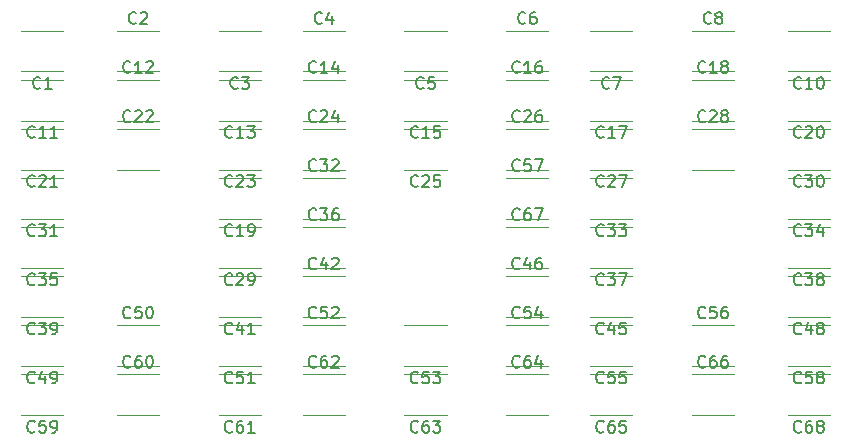
<source format=gbr>
G04 #@! TF.FileFunction,Legend,Top*
%FSLAX46Y46*%
G04 Gerber Fmt 4.6, Leading zero omitted, Abs format (unit mm)*
G04 Created by KiCad (PCBNEW 4.0.7) date Wed Jan 17 20:47:54 2018*
%MOMM*%
%LPD*%
G01*
G04 APERTURE LIST*
%ADD10C,0.100000*%
%ADD11C,0.120000*%
%ADD12C,0.150000*%
G04 APERTURE END LIST*
D10*
D11*
X131024998Y-112915710D02*
X134624998Y-112915710D01*
X134624998Y-109455710D02*
X131024998Y-109455710D01*
X158962495Y-109455710D02*
X155362495Y-109455710D01*
X155362495Y-112915710D02*
X158962495Y-112915710D01*
X114300000Y-92130000D02*
X117900000Y-92130000D01*
X117900000Y-88670000D02*
X114300000Y-88670000D01*
X126012499Y-88670000D02*
X122412499Y-88670000D01*
X122412499Y-92130000D02*
X126012499Y-92130000D01*
X131024998Y-92130000D02*
X134624998Y-92130000D01*
X134624998Y-88670000D02*
X131024998Y-88670000D01*
X141737497Y-88670000D02*
X138137497Y-88670000D01*
X138137497Y-92130000D02*
X141737497Y-92130000D01*
X146749996Y-92130000D02*
X150349996Y-92130000D01*
X150349996Y-88670000D02*
X146749996Y-88670000D01*
X158962495Y-88670000D02*
X155362495Y-88670000D01*
X155362495Y-92130000D02*
X158962495Y-92130000D01*
X162474994Y-92130000D02*
X166074994Y-92130000D01*
X166074994Y-88670000D02*
X162474994Y-88670000D01*
X174687493Y-88670000D02*
X171087493Y-88670000D01*
X171087493Y-92130000D02*
X174687493Y-92130000D01*
X179199992Y-92130000D02*
X182799992Y-92130000D01*
X182799992Y-88670000D02*
X179199992Y-88670000D01*
X114300000Y-96287142D02*
X117900000Y-96287142D01*
X117900000Y-92827142D02*
X114300000Y-92827142D01*
X126012499Y-92827142D02*
X122412499Y-92827142D01*
X122412499Y-96287142D02*
X126012499Y-96287142D01*
X131024998Y-96287142D02*
X134624998Y-96287142D01*
X134624998Y-92827142D02*
X131024998Y-92827142D01*
X141737497Y-92827142D02*
X138137497Y-92827142D01*
X138137497Y-96287142D02*
X141737497Y-96287142D01*
X146749996Y-96287142D02*
X150349996Y-96287142D01*
X150349996Y-92827142D02*
X146749996Y-92827142D01*
X158962495Y-92827142D02*
X155362495Y-92827142D01*
X155362495Y-96287142D02*
X158962495Y-96287142D01*
X162474994Y-96287142D02*
X166074994Y-96287142D01*
X166074994Y-92827142D02*
X162474994Y-92827142D01*
X174687493Y-92827142D02*
X171087493Y-92827142D01*
X171087493Y-96287142D02*
X174687493Y-96287142D01*
X131024998Y-104601426D02*
X134624998Y-104601426D01*
X134624998Y-101141426D02*
X131024998Y-101141426D01*
X179199992Y-96287142D02*
X182799992Y-96287142D01*
X182799992Y-92827142D02*
X179199992Y-92827142D01*
X114300000Y-100444284D02*
X117900000Y-100444284D01*
X117900000Y-96984284D02*
X114300000Y-96984284D01*
X126012499Y-96984284D02*
X122412499Y-96984284D01*
X122412499Y-100444284D02*
X126012499Y-100444284D01*
X131024998Y-100444284D02*
X134624998Y-100444284D01*
X134624998Y-96984284D02*
X131024998Y-96984284D01*
X141737497Y-96984284D02*
X138137497Y-96984284D01*
X138137497Y-100444284D02*
X141737497Y-100444284D01*
X146749996Y-100444284D02*
X150349996Y-100444284D01*
X150349996Y-96984284D02*
X146749996Y-96984284D01*
X158962495Y-96984284D02*
X155362495Y-96984284D01*
X155362495Y-100444284D02*
X158962495Y-100444284D01*
X162474994Y-100444284D02*
X166074994Y-100444284D01*
X166074994Y-96984284D02*
X162474994Y-96984284D01*
X174687493Y-96984284D02*
X171087493Y-96984284D01*
X171087493Y-100444284D02*
X174687493Y-100444284D01*
X131024998Y-108758568D02*
X134624998Y-108758568D01*
X134624998Y-105298568D02*
X131024998Y-105298568D01*
X179199992Y-100444284D02*
X182799992Y-100444284D01*
X182799992Y-96984284D02*
X179199992Y-96984284D01*
X114300000Y-104601426D02*
X117900000Y-104601426D01*
X117900000Y-101141426D02*
X114300000Y-101141426D01*
X141737497Y-101141426D02*
X138137497Y-101141426D01*
X138137497Y-104601426D02*
X141737497Y-104601426D01*
X162474994Y-104601426D02*
X166074994Y-104601426D01*
X166074994Y-101141426D02*
X162474994Y-101141426D01*
X179199999Y-104601426D02*
X182799999Y-104601426D01*
X182799999Y-101141426D02*
X179199999Y-101141426D01*
X114300000Y-108758568D02*
X117900000Y-108758568D01*
X117900000Y-105298568D02*
X114300000Y-105298568D01*
X141737497Y-105298568D02*
X138137497Y-105298568D01*
X138137497Y-108758568D02*
X141737497Y-108758568D01*
X162474994Y-108758568D02*
X166074994Y-108758568D01*
X166074994Y-105298568D02*
X162474994Y-105298568D01*
X179199999Y-108758568D02*
X182799999Y-108758568D01*
X182799999Y-105298568D02*
X179199999Y-105298568D01*
X114300000Y-112915710D02*
X117900000Y-112915710D01*
X117900000Y-109455710D02*
X114300000Y-109455710D01*
X141737497Y-109455710D02*
X138137497Y-109455710D01*
X138137497Y-112915710D02*
X141737497Y-112915710D01*
X162474994Y-112915710D02*
X166074994Y-112915710D01*
X166074994Y-109455710D02*
X162474994Y-109455710D01*
X179199999Y-112915710D02*
X182799999Y-112915710D01*
X182799999Y-109455710D02*
X179199999Y-109455710D01*
X114300000Y-117072852D02*
X117900000Y-117072852D01*
X117900000Y-113612852D02*
X114300000Y-113612852D01*
X126012499Y-113612852D02*
X122412499Y-113612852D01*
X122412499Y-117072852D02*
X126012499Y-117072852D01*
X131024998Y-117072852D02*
X134624998Y-117072852D01*
X134624998Y-113612852D02*
X131024998Y-113612852D01*
X141737497Y-113612852D02*
X138137497Y-113612852D01*
X138137497Y-117072852D02*
X141737497Y-117072852D01*
X146749996Y-117072852D02*
X150349996Y-117072852D01*
X150349996Y-113612852D02*
X146749996Y-113612852D01*
X158962495Y-113612852D02*
X155362495Y-113612852D01*
X155362495Y-117072852D02*
X158962495Y-117072852D01*
X162474994Y-117072852D02*
X166074994Y-117072852D01*
X166074994Y-113612852D02*
X162474994Y-113612852D01*
X174687493Y-113612852D02*
X171087493Y-113612852D01*
X171087493Y-117072852D02*
X174687493Y-117072852D01*
X158962495Y-101141426D02*
X155362495Y-101141426D01*
X155362495Y-104601426D02*
X158962495Y-104601426D01*
X179199992Y-117072852D02*
X182799992Y-117072852D01*
X182799992Y-113612852D02*
X179199992Y-113612852D01*
X114300000Y-121229994D02*
X117900000Y-121229994D01*
X117900000Y-117769994D02*
X114300000Y-117769994D01*
X126012499Y-117769994D02*
X122412499Y-117769994D01*
X122412499Y-121229994D02*
X126012499Y-121229994D01*
X131024998Y-121229994D02*
X134624998Y-121229994D01*
X134624998Y-117769994D02*
X131024998Y-117769994D01*
X141737497Y-117769994D02*
X138137497Y-117769994D01*
X138137497Y-121229994D02*
X141737497Y-121229994D01*
X146749996Y-121229994D02*
X150349996Y-121229994D01*
X150349996Y-117769994D02*
X146749996Y-117769994D01*
X158962495Y-117769994D02*
X155362495Y-117769994D01*
X155362495Y-121229994D02*
X158962495Y-121229994D01*
X162474994Y-121229994D02*
X166074994Y-121229994D01*
X166074994Y-117769994D02*
X162474994Y-117769994D01*
X174687493Y-117769994D02*
X171087493Y-117769994D01*
X171087493Y-121229994D02*
X174687493Y-121229994D01*
X158962495Y-105298568D02*
X155362495Y-105298568D01*
X155362495Y-108758568D02*
X158962495Y-108758568D01*
X179199992Y-121229994D02*
X182799992Y-121229994D01*
X182799992Y-117769994D02*
X179199992Y-117769994D01*
D12*
X132182141Y-114292853D02*
X132134522Y-114340472D01*
X131991665Y-114388091D01*
X131896427Y-114388091D01*
X131753569Y-114340472D01*
X131658331Y-114245234D01*
X131610712Y-114149996D01*
X131563093Y-113959520D01*
X131563093Y-113816662D01*
X131610712Y-113626186D01*
X131658331Y-113530948D01*
X131753569Y-113435710D01*
X131896427Y-113388091D01*
X131991665Y-113388091D01*
X132134522Y-113435710D01*
X132182141Y-113483329D01*
X133039284Y-113721424D02*
X133039284Y-114388091D01*
X132801188Y-113340472D02*
X132563093Y-114054758D01*
X133182141Y-114054758D01*
X134086903Y-114388091D02*
X133515474Y-114388091D01*
X133801188Y-114388091D02*
X133801188Y-113388091D01*
X133705950Y-113530948D01*
X133610712Y-113626186D01*
X133515474Y-113673805D01*
X156519638Y-108792853D02*
X156472019Y-108840472D01*
X156329162Y-108888091D01*
X156233924Y-108888091D01*
X156091066Y-108840472D01*
X155995828Y-108745234D01*
X155948209Y-108649996D01*
X155900590Y-108459520D01*
X155900590Y-108316662D01*
X155948209Y-108126186D01*
X155995828Y-108030948D01*
X156091066Y-107935710D01*
X156233924Y-107888091D01*
X156329162Y-107888091D01*
X156472019Y-107935710D01*
X156519638Y-107983329D01*
X157376781Y-108221424D02*
X157376781Y-108888091D01*
X157138685Y-107840472D02*
X156900590Y-108554758D01*
X157519638Y-108554758D01*
X158329162Y-107888091D02*
X158138685Y-107888091D01*
X158043447Y-107935710D01*
X157995828Y-107983329D01*
X157900590Y-108126186D01*
X157852971Y-108316662D01*
X157852971Y-108697615D01*
X157900590Y-108792853D01*
X157948209Y-108840472D01*
X158043447Y-108888091D01*
X158233924Y-108888091D01*
X158329162Y-108840472D01*
X158376781Y-108792853D01*
X158424400Y-108697615D01*
X158424400Y-108459520D01*
X158376781Y-108364281D01*
X158329162Y-108316662D01*
X158233924Y-108269043D01*
X158043447Y-108269043D01*
X157948209Y-108316662D01*
X157900590Y-108364281D01*
X157852971Y-108459520D01*
X115933334Y-93507143D02*
X115885715Y-93554762D01*
X115742858Y-93602381D01*
X115647620Y-93602381D01*
X115504762Y-93554762D01*
X115409524Y-93459524D01*
X115361905Y-93364286D01*
X115314286Y-93173810D01*
X115314286Y-93030952D01*
X115361905Y-92840476D01*
X115409524Y-92745238D01*
X115504762Y-92650000D01*
X115647620Y-92602381D01*
X115742858Y-92602381D01*
X115885715Y-92650000D01*
X115933334Y-92697619D01*
X116885715Y-93602381D02*
X116314286Y-93602381D01*
X116600000Y-93602381D02*
X116600000Y-92602381D01*
X116504762Y-92745238D01*
X116409524Y-92840476D01*
X116314286Y-92888095D01*
X124045833Y-88007143D02*
X123998214Y-88054762D01*
X123855357Y-88102381D01*
X123760119Y-88102381D01*
X123617261Y-88054762D01*
X123522023Y-87959524D01*
X123474404Y-87864286D01*
X123426785Y-87673810D01*
X123426785Y-87530952D01*
X123474404Y-87340476D01*
X123522023Y-87245238D01*
X123617261Y-87150000D01*
X123760119Y-87102381D01*
X123855357Y-87102381D01*
X123998214Y-87150000D01*
X124045833Y-87197619D01*
X124426785Y-87197619D02*
X124474404Y-87150000D01*
X124569642Y-87102381D01*
X124807738Y-87102381D01*
X124902976Y-87150000D01*
X124950595Y-87197619D01*
X124998214Y-87292857D01*
X124998214Y-87388095D01*
X124950595Y-87530952D01*
X124379166Y-88102381D01*
X124998214Y-88102381D01*
X132658332Y-93507143D02*
X132610713Y-93554762D01*
X132467856Y-93602381D01*
X132372618Y-93602381D01*
X132229760Y-93554762D01*
X132134522Y-93459524D01*
X132086903Y-93364286D01*
X132039284Y-93173810D01*
X132039284Y-93030952D01*
X132086903Y-92840476D01*
X132134522Y-92745238D01*
X132229760Y-92650000D01*
X132372618Y-92602381D01*
X132467856Y-92602381D01*
X132610713Y-92650000D01*
X132658332Y-92697619D01*
X132991665Y-92602381D02*
X133610713Y-92602381D01*
X133277379Y-92983333D01*
X133420237Y-92983333D01*
X133515475Y-93030952D01*
X133563094Y-93078571D01*
X133610713Y-93173810D01*
X133610713Y-93411905D01*
X133563094Y-93507143D01*
X133515475Y-93554762D01*
X133420237Y-93602381D01*
X133134522Y-93602381D01*
X133039284Y-93554762D01*
X132991665Y-93507143D01*
X139770831Y-88007143D02*
X139723212Y-88054762D01*
X139580355Y-88102381D01*
X139485117Y-88102381D01*
X139342259Y-88054762D01*
X139247021Y-87959524D01*
X139199402Y-87864286D01*
X139151783Y-87673810D01*
X139151783Y-87530952D01*
X139199402Y-87340476D01*
X139247021Y-87245238D01*
X139342259Y-87150000D01*
X139485117Y-87102381D01*
X139580355Y-87102381D01*
X139723212Y-87150000D01*
X139770831Y-87197619D01*
X140627974Y-87435714D02*
X140627974Y-88102381D01*
X140389878Y-87054762D02*
X140151783Y-87769048D01*
X140770831Y-87769048D01*
X148383330Y-93507143D02*
X148335711Y-93554762D01*
X148192854Y-93602381D01*
X148097616Y-93602381D01*
X147954758Y-93554762D01*
X147859520Y-93459524D01*
X147811901Y-93364286D01*
X147764282Y-93173810D01*
X147764282Y-93030952D01*
X147811901Y-92840476D01*
X147859520Y-92745238D01*
X147954758Y-92650000D01*
X148097616Y-92602381D01*
X148192854Y-92602381D01*
X148335711Y-92650000D01*
X148383330Y-92697619D01*
X149288092Y-92602381D02*
X148811901Y-92602381D01*
X148764282Y-93078571D01*
X148811901Y-93030952D01*
X148907139Y-92983333D01*
X149145235Y-92983333D01*
X149240473Y-93030952D01*
X149288092Y-93078571D01*
X149335711Y-93173810D01*
X149335711Y-93411905D01*
X149288092Y-93507143D01*
X149240473Y-93554762D01*
X149145235Y-93602381D01*
X148907139Y-93602381D01*
X148811901Y-93554762D01*
X148764282Y-93507143D01*
X156995829Y-88007143D02*
X156948210Y-88054762D01*
X156805353Y-88102381D01*
X156710115Y-88102381D01*
X156567257Y-88054762D01*
X156472019Y-87959524D01*
X156424400Y-87864286D01*
X156376781Y-87673810D01*
X156376781Y-87530952D01*
X156424400Y-87340476D01*
X156472019Y-87245238D01*
X156567257Y-87150000D01*
X156710115Y-87102381D01*
X156805353Y-87102381D01*
X156948210Y-87150000D01*
X156995829Y-87197619D01*
X157852972Y-87102381D02*
X157662495Y-87102381D01*
X157567257Y-87150000D01*
X157519638Y-87197619D01*
X157424400Y-87340476D01*
X157376781Y-87530952D01*
X157376781Y-87911905D01*
X157424400Y-88007143D01*
X157472019Y-88054762D01*
X157567257Y-88102381D01*
X157757734Y-88102381D01*
X157852972Y-88054762D01*
X157900591Y-88007143D01*
X157948210Y-87911905D01*
X157948210Y-87673810D01*
X157900591Y-87578571D01*
X157852972Y-87530952D01*
X157757734Y-87483333D01*
X157567257Y-87483333D01*
X157472019Y-87530952D01*
X157424400Y-87578571D01*
X157376781Y-87673810D01*
X164108328Y-93507143D02*
X164060709Y-93554762D01*
X163917852Y-93602381D01*
X163822614Y-93602381D01*
X163679756Y-93554762D01*
X163584518Y-93459524D01*
X163536899Y-93364286D01*
X163489280Y-93173810D01*
X163489280Y-93030952D01*
X163536899Y-92840476D01*
X163584518Y-92745238D01*
X163679756Y-92650000D01*
X163822614Y-92602381D01*
X163917852Y-92602381D01*
X164060709Y-92650000D01*
X164108328Y-92697619D01*
X164441661Y-92602381D02*
X165108328Y-92602381D01*
X164679756Y-93602381D01*
X172720827Y-88007143D02*
X172673208Y-88054762D01*
X172530351Y-88102381D01*
X172435113Y-88102381D01*
X172292255Y-88054762D01*
X172197017Y-87959524D01*
X172149398Y-87864286D01*
X172101779Y-87673810D01*
X172101779Y-87530952D01*
X172149398Y-87340476D01*
X172197017Y-87245238D01*
X172292255Y-87150000D01*
X172435113Y-87102381D01*
X172530351Y-87102381D01*
X172673208Y-87150000D01*
X172720827Y-87197619D01*
X173292255Y-87530952D02*
X173197017Y-87483333D01*
X173149398Y-87435714D01*
X173101779Y-87340476D01*
X173101779Y-87292857D01*
X173149398Y-87197619D01*
X173197017Y-87150000D01*
X173292255Y-87102381D01*
X173482732Y-87102381D01*
X173577970Y-87150000D01*
X173625589Y-87197619D01*
X173673208Y-87292857D01*
X173673208Y-87340476D01*
X173625589Y-87435714D01*
X173577970Y-87483333D01*
X173482732Y-87530952D01*
X173292255Y-87530952D01*
X173197017Y-87578571D01*
X173149398Y-87626190D01*
X173101779Y-87721429D01*
X173101779Y-87911905D01*
X173149398Y-88007143D01*
X173197017Y-88054762D01*
X173292255Y-88102381D01*
X173482732Y-88102381D01*
X173577970Y-88054762D01*
X173625589Y-88007143D01*
X173673208Y-87911905D01*
X173673208Y-87721429D01*
X173625589Y-87626190D01*
X173577970Y-87578571D01*
X173482732Y-87530952D01*
X180357135Y-93507143D02*
X180309516Y-93554762D01*
X180166659Y-93602381D01*
X180071421Y-93602381D01*
X179928563Y-93554762D01*
X179833325Y-93459524D01*
X179785706Y-93364286D01*
X179738087Y-93173810D01*
X179738087Y-93030952D01*
X179785706Y-92840476D01*
X179833325Y-92745238D01*
X179928563Y-92650000D01*
X180071421Y-92602381D01*
X180166659Y-92602381D01*
X180309516Y-92650000D01*
X180357135Y-92697619D01*
X181309516Y-93602381D02*
X180738087Y-93602381D01*
X181023801Y-93602381D02*
X181023801Y-92602381D01*
X180928563Y-92745238D01*
X180833325Y-92840476D01*
X180738087Y-92888095D01*
X181928563Y-92602381D02*
X182023802Y-92602381D01*
X182119040Y-92650000D01*
X182166659Y-92697619D01*
X182214278Y-92792857D01*
X182261897Y-92983333D01*
X182261897Y-93221429D01*
X182214278Y-93411905D01*
X182166659Y-93507143D01*
X182119040Y-93554762D01*
X182023802Y-93602381D01*
X181928563Y-93602381D01*
X181833325Y-93554762D01*
X181785706Y-93507143D01*
X181738087Y-93411905D01*
X181690468Y-93221429D01*
X181690468Y-92983333D01*
X181738087Y-92792857D01*
X181785706Y-92697619D01*
X181833325Y-92650000D01*
X181928563Y-92602381D01*
X115457143Y-97664285D02*
X115409524Y-97711904D01*
X115266667Y-97759523D01*
X115171429Y-97759523D01*
X115028571Y-97711904D01*
X114933333Y-97616666D01*
X114885714Y-97521428D01*
X114838095Y-97330952D01*
X114838095Y-97188094D01*
X114885714Y-96997618D01*
X114933333Y-96902380D01*
X115028571Y-96807142D01*
X115171429Y-96759523D01*
X115266667Y-96759523D01*
X115409524Y-96807142D01*
X115457143Y-96854761D01*
X116409524Y-97759523D02*
X115838095Y-97759523D01*
X116123809Y-97759523D02*
X116123809Y-96759523D01*
X116028571Y-96902380D01*
X115933333Y-96997618D01*
X115838095Y-97045237D01*
X117361905Y-97759523D02*
X116790476Y-97759523D01*
X117076190Y-97759523D02*
X117076190Y-96759523D01*
X116980952Y-96902380D01*
X116885714Y-96997618D01*
X116790476Y-97045237D01*
X123569642Y-92164285D02*
X123522023Y-92211904D01*
X123379166Y-92259523D01*
X123283928Y-92259523D01*
X123141070Y-92211904D01*
X123045832Y-92116666D01*
X122998213Y-92021428D01*
X122950594Y-91830952D01*
X122950594Y-91688094D01*
X122998213Y-91497618D01*
X123045832Y-91402380D01*
X123141070Y-91307142D01*
X123283928Y-91259523D01*
X123379166Y-91259523D01*
X123522023Y-91307142D01*
X123569642Y-91354761D01*
X124522023Y-92259523D02*
X123950594Y-92259523D01*
X124236308Y-92259523D02*
X124236308Y-91259523D01*
X124141070Y-91402380D01*
X124045832Y-91497618D01*
X123950594Y-91545237D01*
X124902975Y-91354761D02*
X124950594Y-91307142D01*
X125045832Y-91259523D01*
X125283928Y-91259523D01*
X125379166Y-91307142D01*
X125426785Y-91354761D01*
X125474404Y-91449999D01*
X125474404Y-91545237D01*
X125426785Y-91688094D01*
X124855356Y-92259523D01*
X125474404Y-92259523D01*
X132182141Y-97664285D02*
X132134522Y-97711904D01*
X131991665Y-97759523D01*
X131896427Y-97759523D01*
X131753569Y-97711904D01*
X131658331Y-97616666D01*
X131610712Y-97521428D01*
X131563093Y-97330952D01*
X131563093Y-97188094D01*
X131610712Y-96997618D01*
X131658331Y-96902380D01*
X131753569Y-96807142D01*
X131896427Y-96759523D01*
X131991665Y-96759523D01*
X132134522Y-96807142D01*
X132182141Y-96854761D01*
X133134522Y-97759523D02*
X132563093Y-97759523D01*
X132848807Y-97759523D02*
X132848807Y-96759523D01*
X132753569Y-96902380D01*
X132658331Y-96997618D01*
X132563093Y-97045237D01*
X133467855Y-96759523D02*
X134086903Y-96759523D01*
X133753569Y-97140475D01*
X133896427Y-97140475D01*
X133991665Y-97188094D01*
X134039284Y-97235713D01*
X134086903Y-97330952D01*
X134086903Y-97569047D01*
X134039284Y-97664285D01*
X133991665Y-97711904D01*
X133896427Y-97759523D01*
X133610712Y-97759523D01*
X133515474Y-97711904D01*
X133467855Y-97664285D01*
X139294640Y-92164285D02*
X139247021Y-92211904D01*
X139104164Y-92259523D01*
X139008926Y-92259523D01*
X138866068Y-92211904D01*
X138770830Y-92116666D01*
X138723211Y-92021428D01*
X138675592Y-91830952D01*
X138675592Y-91688094D01*
X138723211Y-91497618D01*
X138770830Y-91402380D01*
X138866068Y-91307142D01*
X139008926Y-91259523D01*
X139104164Y-91259523D01*
X139247021Y-91307142D01*
X139294640Y-91354761D01*
X140247021Y-92259523D02*
X139675592Y-92259523D01*
X139961306Y-92259523D02*
X139961306Y-91259523D01*
X139866068Y-91402380D01*
X139770830Y-91497618D01*
X139675592Y-91545237D01*
X141104164Y-91592856D02*
X141104164Y-92259523D01*
X140866068Y-91211904D02*
X140627973Y-91926190D01*
X141247021Y-91926190D01*
X147907139Y-97664285D02*
X147859520Y-97711904D01*
X147716663Y-97759523D01*
X147621425Y-97759523D01*
X147478567Y-97711904D01*
X147383329Y-97616666D01*
X147335710Y-97521428D01*
X147288091Y-97330952D01*
X147288091Y-97188094D01*
X147335710Y-96997618D01*
X147383329Y-96902380D01*
X147478567Y-96807142D01*
X147621425Y-96759523D01*
X147716663Y-96759523D01*
X147859520Y-96807142D01*
X147907139Y-96854761D01*
X148859520Y-97759523D02*
X148288091Y-97759523D01*
X148573805Y-97759523D02*
X148573805Y-96759523D01*
X148478567Y-96902380D01*
X148383329Y-96997618D01*
X148288091Y-97045237D01*
X149764282Y-96759523D02*
X149288091Y-96759523D01*
X149240472Y-97235713D01*
X149288091Y-97188094D01*
X149383329Y-97140475D01*
X149621425Y-97140475D01*
X149716663Y-97188094D01*
X149764282Y-97235713D01*
X149811901Y-97330952D01*
X149811901Y-97569047D01*
X149764282Y-97664285D01*
X149716663Y-97711904D01*
X149621425Y-97759523D01*
X149383329Y-97759523D01*
X149288091Y-97711904D01*
X149240472Y-97664285D01*
X156519638Y-92164285D02*
X156472019Y-92211904D01*
X156329162Y-92259523D01*
X156233924Y-92259523D01*
X156091066Y-92211904D01*
X155995828Y-92116666D01*
X155948209Y-92021428D01*
X155900590Y-91830952D01*
X155900590Y-91688094D01*
X155948209Y-91497618D01*
X155995828Y-91402380D01*
X156091066Y-91307142D01*
X156233924Y-91259523D01*
X156329162Y-91259523D01*
X156472019Y-91307142D01*
X156519638Y-91354761D01*
X157472019Y-92259523D02*
X156900590Y-92259523D01*
X157186304Y-92259523D02*
X157186304Y-91259523D01*
X157091066Y-91402380D01*
X156995828Y-91497618D01*
X156900590Y-91545237D01*
X158329162Y-91259523D02*
X158138685Y-91259523D01*
X158043447Y-91307142D01*
X157995828Y-91354761D01*
X157900590Y-91497618D01*
X157852971Y-91688094D01*
X157852971Y-92069047D01*
X157900590Y-92164285D01*
X157948209Y-92211904D01*
X158043447Y-92259523D01*
X158233924Y-92259523D01*
X158329162Y-92211904D01*
X158376781Y-92164285D01*
X158424400Y-92069047D01*
X158424400Y-91830952D01*
X158376781Y-91735713D01*
X158329162Y-91688094D01*
X158233924Y-91640475D01*
X158043447Y-91640475D01*
X157948209Y-91688094D01*
X157900590Y-91735713D01*
X157852971Y-91830952D01*
X163632137Y-97664285D02*
X163584518Y-97711904D01*
X163441661Y-97759523D01*
X163346423Y-97759523D01*
X163203565Y-97711904D01*
X163108327Y-97616666D01*
X163060708Y-97521428D01*
X163013089Y-97330952D01*
X163013089Y-97188094D01*
X163060708Y-96997618D01*
X163108327Y-96902380D01*
X163203565Y-96807142D01*
X163346423Y-96759523D01*
X163441661Y-96759523D01*
X163584518Y-96807142D01*
X163632137Y-96854761D01*
X164584518Y-97759523D02*
X164013089Y-97759523D01*
X164298803Y-97759523D02*
X164298803Y-96759523D01*
X164203565Y-96902380D01*
X164108327Y-96997618D01*
X164013089Y-97045237D01*
X164917851Y-96759523D02*
X165584518Y-96759523D01*
X165155946Y-97759523D01*
X172244636Y-92164285D02*
X172197017Y-92211904D01*
X172054160Y-92259523D01*
X171958922Y-92259523D01*
X171816064Y-92211904D01*
X171720826Y-92116666D01*
X171673207Y-92021428D01*
X171625588Y-91830952D01*
X171625588Y-91688094D01*
X171673207Y-91497618D01*
X171720826Y-91402380D01*
X171816064Y-91307142D01*
X171958922Y-91259523D01*
X172054160Y-91259523D01*
X172197017Y-91307142D01*
X172244636Y-91354761D01*
X173197017Y-92259523D02*
X172625588Y-92259523D01*
X172911302Y-92259523D02*
X172911302Y-91259523D01*
X172816064Y-91402380D01*
X172720826Y-91497618D01*
X172625588Y-91545237D01*
X173768445Y-91688094D02*
X173673207Y-91640475D01*
X173625588Y-91592856D01*
X173577969Y-91497618D01*
X173577969Y-91449999D01*
X173625588Y-91354761D01*
X173673207Y-91307142D01*
X173768445Y-91259523D01*
X173958922Y-91259523D01*
X174054160Y-91307142D01*
X174101779Y-91354761D01*
X174149398Y-91449999D01*
X174149398Y-91497618D01*
X174101779Y-91592856D01*
X174054160Y-91640475D01*
X173958922Y-91688094D01*
X173768445Y-91688094D01*
X173673207Y-91735713D01*
X173625588Y-91783332D01*
X173577969Y-91878571D01*
X173577969Y-92069047D01*
X173625588Y-92164285D01*
X173673207Y-92211904D01*
X173768445Y-92259523D01*
X173958922Y-92259523D01*
X174054160Y-92211904D01*
X174101779Y-92164285D01*
X174149398Y-92069047D01*
X174149398Y-91878571D01*
X174101779Y-91783332D01*
X174054160Y-91735713D01*
X173958922Y-91688094D01*
X132182141Y-105978569D02*
X132134522Y-106026188D01*
X131991665Y-106073807D01*
X131896427Y-106073807D01*
X131753569Y-106026188D01*
X131658331Y-105930950D01*
X131610712Y-105835712D01*
X131563093Y-105645236D01*
X131563093Y-105502378D01*
X131610712Y-105311902D01*
X131658331Y-105216664D01*
X131753569Y-105121426D01*
X131896427Y-105073807D01*
X131991665Y-105073807D01*
X132134522Y-105121426D01*
X132182141Y-105169045D01*
X133134522Y-106073807D02*
X132563093Y-106073807D01*
X132848807Y-106073807D02*
X132848807Y-105073807D01*
X132753569Y-105216664D01*
X132658331Y-105311902D01*
X132563093Y-105359521D01*
X133610712Y-106073807D02*
X133801188Y-106073807D01*
X133896427Y-106026188D01*
X133944046Y-105978569D01*
X134039284Y-105835712D01*
X134086903Y-105645236D01*
X134086903Y-105264283D01*
X134039284Y-105169045D01*
X133991665Y-105121426D01*
X133896427Y-105073807D01*
X133705950Y-105073807D01*
X133610712Y-105121426D01*
X133563093Y-105169045D01*
X133515474Y-105264283D01*
X133515474Y-105502378D01*
X133563093Y-105597616D01*
X133610712Y-105645236D01*
X133705950Y-105692855D01*
X133896427Y-105692855D01*
X133991665Y-105645236D01*
X134039284Y-105597616D01*
X134086903Y-105502378D01*
X180357135Y-97664285D02*
X180309516Y-97711904D01*
X180166659Y-97759523D01*
X180071421Y-97759523D01*
X179928563Y-97711904D01*
X179833325Y-97616666D01*
X179785706Y-97521428D01*
X179738087Y-97330952D01*
X179738087Y-97188094D01*
X179785706Y-96997618D01*
X179833325Y-96902380D01*
X179928563Y-96807142D01*
X180071421Y-96759523D01*
X180166659Y-96759523D01*
X180309516Y-96807142D01*
X180357135Y-96854761D01*
X180738087Y-96854761D02*
X180785706Y-96807142D01*
X180880944Y-96759523D01*
X181119040Y-96759523D01*
X181214278Y-96807142D01*
X181261897Y-96854761D01*
X181309516Y-96949999D01*
X181309516Y-97045237D01*
X181261897Y-97188094D01*
X180690468Y-97759523D01*
X181309516Y-97759523D01*
X181928563Y-96759523D02*
X182023802Y-96759523D01*
X182119040Y-96807142D01*
X182166659Y-96854761D01*
X182214278Y-96949999D01*
X182261897Y-97140475D01*
X182261897Y-97378571D01*
X182214278Y-97569047D01*
X182166659Y-97664285D01*
X182119040Y-97711904D01*
X182023802Y-97759523D01*
X181928563Y-97759523D01*
X181833325Y-97711904D01*
X181785706Y-97664285D01*
X181738087Y-97569047D01*
X181690468Y-97378571D01*
X181690468Y-97140475D01*
X181738087Y-96949999D01*
X181785706Y-96854761D01*
X181833325Y-96807142D01*
X181928563Y-96759523D01*
X115457143Y-101821427D02*
X115409524Y-101869046D01*
X115266667Y-101916665D01*
X115171429Y-101916665D01*
X115028571Y-101869046D01*
X114933333Y-101773808D01*
X114885714Y-101678570D01*
X114838095Y-101488094D01*
X114838095Y-101345236D01*
X114885714Y-101154760D01*
X114933333Y-101059522D01*
X115028571Y-100964284D01*
X115171429Y-100916665D01*
X115266667Y-100916665D01*
X115409524Y-100964284D01*
X115457143Y-101011903D01*
X115838095Y-101011903D02*
X115885714Y-100964284D01*
X115980952Y-100916665D01*
X116219048Y-100916665D01*
X116314286Y-100964284D01*
X116361905Y-101011903D01*
X116409524Y-101107141D01*
X116409524Y-101202379D01*
X116361905Y-101345236D01*
X115790476Y-101916665D01*
X116409524Y-101916665D01*
X117361905Y-101916665D02*
X116790476Y-101916665D01*
X117076190Y-101916665D02*
X117076190Y-100916665D01*
X116980952Y-101059522D01*
X116885714Y-101154760D01*
X116790476Y-101202379D01*
X123569642Y-96321427D02*
X123522023Y-96369046D01*
X123379166Y-96416665D01*
X123283928Y-96416665D01*
X123141070Y-96369046D01*
X123045832Y-96273808D01*
X122998213Y-96178570D01*
X122950594Y-95988094D01*
X122950594Y-95845236D01*
X122998213Y-95654760D01*
X123045832Y-95559522D01*
X123141070Y-95464284D01*
X123283928Y-95416665D01*
X123379166Y-95416665D01*
X123522023Y-95464284D01*
X123569642Y-95511903D01*
X123950594Y-95511903D02*
X123998213Y-95464284D01*
X124093451Y-95416665D01*
X124331547Y-95416665D01*
X124426785Y-95464284D01*
X124474404Y-95511903D01*
X124522023Y-95607141D01*
X124522023Y-95702379D01*
X124474404Y-95845236D01*
X123902975Y-96416665D01*
X124522023Y-96416665D01*
X124902975Y-95511903D02*
X124950594Y-95464284D01*
X125045832Y-95416665D01*
X125283928Y-95416665D01*
X125379166Y-95464284D01*
X125426785Y-95511903D01*
X125474404Y-95607141D01*
X125474404Y-95702379D01*
X125426785Y-95845236D01*
X124855356Y-96416665D01*
X125474404Y-96416665D01*
X132182141Y-101821427D02*
X132134522Y-101869046D01*
X131991665Y-101916665D01*
X131896427Y-101916665D01*
X131753569Y-101869046D01*
X131658331Y-101773808D01*
X131610712Y-101678570D01*
X131563093Y-101488094D01*
X131563093Y-101345236D01*
X131610712Y-101154760D01*
X131658331Y-101059522D01*
X131753569Y-100964284D01*
X131896427Y-100916665D01*
X131991665Y-100916665D01*
X132134522Y-100964284D01*
X132182141Y-101011903D01*
X132563093Y-101011903D02*
X132610712Y-100964284D01*
X132705950Y-100916665D01*
X132944046Y-100916665D01*
X133039284Y-100964284D01*
X133086903Y-101011903D01*
X133134522Y-101107141D01*
X133134522Y-101202379D01*
X133086903Y-101345236D01*
X132515474Y-101916665D01*
X133134522Y-101916665D01*
X133467855Y-100916665D02*
X134086903Y-100916665D01*
X133753569Y-101297617D01*
X133896427Y-101297617D01*
X133991665Y-101345236D01*
X134039284Y-101392855D01*
X134086903Y-101488094D01*
X134086903Y-101726189D01*
X134039284Y-101821427D01*
X133991665Y-101869046D01*
X133896427Y-101916665D01*
X133610712Y-101916665D01*
X133515474Y-101869046D01*
X133467855Y-101821427D01*
X139294640Y-96321427D02*
X139247021Y-96369046D01*
X139104164Y-96416665D01*
X139008926Y-96416665D01*
X138866068Y-96369046D01*
X138770830Y-96273808D01*
X138723211Y-96178570D01*
X138675592Y-95988094D01*
X138675592Y-95845236D01*
X138723211Y-95654760D01*
X138770830Y-95559522D01*
X138866068Y-95464284D01*
X139008926Y-95416665D01*
X139104164Y-95416665D01*
X139247021Y-95464284D01*
X139294640Y-95511903D01*
X139675592Y-95511903D02*
X139723211Y-95464284D01*
X139818449Y-95416665D01*
X140056545Y-95416665D01*
X140151783Y-95464284D01*
X140199402Y-95511903D01*
X140247021Y-95607141D01*
X140247021Y-95702379D01*
X140199402Y-95845236D01*
X139627973Y-96416665D01*
X140247021Y-96416665D01*
X141104164Y-95749998D02*
X141104164Y-96416665D01*
X140866068Y-95369046D02*
X140627973Y-96083332D01*
X141247021Y-96083332D01*
X147907139Y-101821427D02*
X147859520Y-101869046D01*
X147716663Y-101916665D01*
X147621425Y-101916665D01*
X147478567Y-101869046D01*
X147383329Y-101773808D01*
X147335710Y-101678570D01*
X147288091Y-101488094D01*
X147288091Y-101345236D01*
X147335710Y-101154760D01*
X147383329Y-101059522D01*
X147478567Y-100964284D01*
X147621425Y-100916665D01*
X147716663Y-100916665D01*
X147859520Y-100964284D01*
X147907139Y-101011903D01*
X148288091Y-101011903D02*
X148335710Y-100964284D01*
X148430948Y-100916665D01*
X148669044Y-100916665D01*
X148764282Y-100964284D01*
X148811901Y-101011903D01*
X148859520Y-101107141D01*
X148859520Y-101202379D01*
X148811901Y-101345236D01*
X148240472Y-101916665D01*
X148859520Y-101916665D01*
X149764282Y-100916665D02*
X149288091Y-100916665D01*
X149240472Y-101392855D01*
X149288091Y-101345236D01*
X149383329Y-101297617D01*
X149621425Y-101297617D01*
X149716663Y-101345236D01*
X149764282Y-101392855D01*
X149811901Y-101488094D01*
X149811901Y-101726189D01*
X149764282Y-101821427D01*
X149716663Y-101869046D01*
X149621425Y-101916665D01*
X149383329Y-101916665D01*
X149288091Y-101869046D01*
X149240472Y-101821427D01*
X156519638Y-96321427D02*
X156472019Y-96369046D01*
X156329162Y-96416665D01*
X156233924Y-96416665D01*
X156091066Y-96369046D01*
X155995828Y-96273808D01*
X155948209Y-96178570D01*
X155900590Y-95988094D01*
X155900590Y-95845236D01*
X155948209Y-95654760D01*
X155995828Y-95559522D01*
X156091066Y-95464284D01*
X156233924Y-95416665D01*
X156329162Y-95416665D01*
X156472019Y-95464284D01*
X156519638Y-95511903D01*
X156900590Y-95511903D02*
X156948209Y-95464284D01*
X157043447Y-95416665D01*
X157281543Y-95416665D01*
X157376781Y-95464284D01*
X157424400Y-95511903D01*
X157472019Y-95607141D01*
X157472019Y-95702379D01*
X157424400Y-95845236D01*
X156852971Y-96416665D01*
X157472019Y-96416665D01*
X158329162Y-95416665D02*
X158138685Y-95416665D01*
X158043447Y-95464284D01*
X157995828Y-95511903D01*
X157900590Y-95654760D01*
X157852971Y-95845236D01*
X157852971Y-96226189D01*
X157900590Y-96321427D01*
X157948209Y-96369046D01*
X158043447Y-96416665D01*
X158233924Y-96416665D01*
X158329162Y-96369046D01*
X158376781Y-96321427D01*
X158424400Y-96226189D01*
X158424400Y-95988094D01*
X158376781Y-95892855D01*
X158329162Y-95845236D01*
X158233924Y-95797617D01*
X158043447Y-95797617D01*
X157948209Y-95845236D01*
X157900590Y-95892855D01*
X157852971Y-95988094D01*
X163632137Y-101821427D02*
X163584518Y-101869046D01*
X163441661Y-101916665D01*
X163346423Y-101916665D01*
X163203565Y-101869046D01*
X163108327Y-101773808D01*
X163060708Y-101678570D01*
X163013089Y-101488094D01*
X163013089Y-101345236D01*
X163060708Y-101154760D01*
X163108327Y-101059522D01*
X163203565Y-100964284D01*
X163346423Y-100916665D01*
X163441661Y-100916665D01*
X163584518Y-100964284D01*
X163632137Y-101011903D01*
X164013089Y-101011903D02*
X164060708Y-100964284D01*
X164155946Y-100916665D01*
X164394042Y-100916665D01*
X164489280Y-100964284D01*
X164536899Y-101011903D01*
X164584518Y-101107141D01*
X164584518Y-101202379D01*
X164536899Y-101345236D01*
X163965470Y-101916665D01*
X164584518Y-101916665D01*
X164917851Y-100916665D02*
X165584518Y-100916665D01*
X165155946Y-101916665D01*
X172244636Y-96321427D02*
X172197017Y-96369046D01*
X172054160Y-96416665D01*
X171958922Y-96416665D01*
X171816064Y-96369046D01*
X171720826Y-96273808D01*
X171673207Y-96178570D01*
X171625588Y-95988094D01*
X171625588Y-95845236D01*
X171673207Y-95654760D01*
X171720826Y-95559522D01*
X171816064Y-95464284D01*
X171958922Y-95416665D01*
X172054160Y-95416665D01*
X172197017Y-95464284D01*
X172244636Y-95511903D01*
X172625588Y-95511903D02*
X172673207Y-95464284D01*
X172768445Y-95416665D01*
X173006541Y-95416665D01*
X173101779Y-95464284D01*
X173149398Y-95511903D01*
X173197017Y-95607141D01*
X173197017Y-95702379D01*
X173149398Y-95845236D01*
X172577969Y-96416665D01*
X173197017Y-96416665D01*
X173768445Y-95845236D02*
X173673207Y-95797617D01*
X173625588Y-95749998D01*
X173577969Y-95654760D01*
X173577969Y-95607141D01*
X173625588Y-95511903D01*
X173673207Y-95464284D01*
X173768445Y-95416665D01*
X173958922Y-95416665D01*
X174054160Y-95464284D01*
X174101779Y-95511903D01*
X174149398Y-95607141D01*
X174149398Y-95654760D01*
X174101779Y-95749998D01*
X174054160Y-95797617D01*
X173958922Y-95845236D01*
X173768445Y-95845236D01*
X173673207Y-95892855D01*
X173625588Y-95940474D01*
X173577969Y-96035713D01*
X173577969Y-96226189D01*
X173625588Y-96321427D01*
X173673207Y-96369046D01*
X173768445Y-96416665D01*
X173958922Y-96416665D01*
X174054160Y-96369046D01*
X174101779Y-96321427D01*
X174149398Y-96226189D01*
X174149398Y-96035713D01*
X174101779Y-95940474D01*
X174054160Y-95892855D01*
X173958922Y-95845236D01*
X132182141Y-110135711D02*
X132134522Y-110183330D01*
X131991665Y-110230949D01*
X131896427Y-110230949D01*
X131753569Y-110183330D01*
X131658331Y-110088092D01*
X131610712Y-109992854D01*
X131563093Y-109802378D01*
X131563093Y-109659520D01*
X131610712Y-109469044D01*
X131658331Y-109373806D01*
X131753569Y-109278568D01*
X131896427Y-109230949D01*
X131991665Y-109230949D01*
X132134522Y-109278568D01*
X132182141Y-109326187D01*
X132563093Y-109326187D02*
X132610712Y-109278568D01*
X132705950Y-109230949D01*
X132944046Y-109230949D01*
X133039284Y-109278568D01*
X133086903Y-109326187D01*
X133134522Y-109421425D01*
X133134522Y-109516663D01*
X133086903Y-109659520D01*
X132515474Y-110230949D01*
X133134522Y-110230949D01*
X133610712Y-110230949D02*
X133801188Y-110230949D01*
X133896427Y-110183330D01*
X133944046Y-110135711D01*
X134039284Y-109992854D01*
X134086903Y-109802378D01*
X134086903Y-109421425D01*
X134039284Y-109326187D01*
X133991665Y-109278568D01*
X133896427Y-109230949D01*
X133705950Y-109230949D01*
X133610712Y-109278568D01*
X133563093Y-109326187D01*
X133515474Y-109421425D01*
X133515474Y-109659520D01*
X133563093Y-109754758D01*
X133610712Y-109802378D01*
X133705950Y-109849997D01*
X133896427Y-109849997D01*
X133991665Y-109802378D01*
X134039284Y-109754758D01*
X134086903Y-109659520D01*
X180357135Y-101821427D02*
X180309516Y-101869046D01*
X180166659Y-101916665D01*
X180071421Y-101916665D01*
X179928563Y-101869046D01*
X179833325Y-101773808D01*
X179785706Y-101678570D01*
X179738087Y-101488094D01*
X179738087Y-101345236D01*
X179785706Y-101154760D01*
X179833325Y-101059522D01*
X179928563Y-100964284D01*
X180071421Y-100916665D01*
X180166659Y-100916665D01*
X180309516Y-100964284D01*
X180357135Y-101011903D01*
X180690468Y-100916665D02*
X181309516Y-100916665D01*
X180976182Y-101297617D01*
X181119040Y-101297617D01*
X181214278Y-101345236D01*
X181261897Y-101392855D01*
X181309516Y-101488094D01*
X181309516Y-101726189D01*
X181261897Y-101821427D01*
X181214278Y-101869046D01*
X181119040Y-101916665D01*
X180833325Y-101916665D01*
X180738087Y-101869046D01*
X180690468Y-101821427D01*
X181928563Y-100916665D02*
X182023802Y-100916665D01*
X182119040Y-100964284D01*
X182166659Y-101011903D01*
X182214278Y-101107141D01*
X182261897Y-101297617D01*
X182261897Y-101535713D01*
X182214278Y-101726189D01*
X182166659Y-101821427D01*
X182119040Y-101869046D01*
X182023802Y-101916665D01*
X181928563Y-101916665D01*
X181833325Y-101869046D01*
X181785706Y-101821427D01*
X181738087Y-101726189D01*
X181690468Y-101535713D01*
X181690468Y-101297617D01*
X181738087Y-101107141D01*
X181785706Y-101011903D01*
X181833325Y-100964284D01*
X181928563Y-100916665D01*
X115457143Y-105978569D02*
X115409524Y-106026188D01*
X115266667Y-106073807D01*
X115171429Y-106073807D01*
X115028571Y-106026188D01*
X114933333Y-105930950D01*
X114885714Y-105835712D01*
X114838095Y-105645236D01*
X114838095Y-105502378D01*
X114885714Y-105311902D01*
X114933333Y-105216664D01*
X115028571Y-105121426D01*
X115171429Y-105073807D01*
X115266667Y-105073807D01*
X115409524Y-105121426D01*
X115457143Y-105169045D01*
X115790476Y-105073807D02*
X116409524Y-105073807D01*
X116076190Y-105454759D01*
X116219048Y-105454759D01*
X116314286Y-105502378D01*
X116361905Y-105549997D01*
X116409524Y-105645236D01*
X116409524Y-105883331D01*
X116361905Y-105978569D01*
X116314286Y-106026188D01*
X116219048Y-106073807D01*
X115933333Y-106073807D01*
X115838095Y-106026188D01*
X115790476Y-105978569D01*
X117361905Y-106073807D02*
X116790476Y-106073807D01*
X117076190Y-106073807D02*
X117076190Y-105073807D01*
X116980952Y-105216664D01*
X116885714Y-105311902D01*
X116790476Y-105359521D01*
X139294640Y-100478569D02*
X139247021Y-100526188D01*
X139104164Y-100573807D01*
X139008926Y-100573807D01*
X138866068Y-100526188D01*
X138770830Y-100430950D01*
X138723211Y-100335712D01*
X138675592Y-100145236D01*
X138675592Y-100002378D01*
X138723211Y-99811902D01*
X138770830Y-99716664D01*
X138866068Y-99621426D01*
X139008926Y-99573807D01*
X139104164Y-99573807D01*
X139247021Y-99621426D01*
X139294640Y-99669045D01*
X139627973Y-99573807D02*
X140247021Y-99573807D01*
X139913687Y-99954759D01*
X140056545Y-99954759D01*
X140151783Y-100002378D01*
X140199402Y-100049997D01*
X140247021Y-100145236D01*
X140247021Y-100383331D01*
X140199402Y-100478569D01*
X140151783Y-100526188D01*
X140056545Y-100573807D01*
X139770830Y-100573807D01*
X139675592Y-100526188D01*
X139627973Y-100478569D01*
X140627973Y-99669045D02*
X140675592Y-99621426D01*
X140770830Y-99573807D01*
X141008926Y-99573807D01*
X141104164Y-99621426D01*
X141151783Y-99669045D01*
X141199402Y-99764283D01*
X141199402Y-99859521D01*
X141151783Y-100002378D01*
X140580354Y-100573807D01*
X141199402Y-100573807D01*
X163632137Y-105978569D02*
X163584518Y-106026188D01*
X163441661Y-106073807D01*
X163346423Y-106073807D01*
X163203565Y-106026188D01*
X163108327Y-105930950D01*
X163060708Y-105835712D01*
X163013089Y-105645236D01*
X163013089Y-105502378D01*
X163060708Y-105311902D01*
X163108327Y-105216664D01*
X163203565Y-105121426D01*
X163346423Y-105073807D01*
X163441661Y-105073807D01*
X163584518Y-105121426D01*
X163632137Y-105169045D01*
X163965470Y-105073807D02*
X164584518Y-105073807D01*
X164251184Y-105454759D01*
X164394042Y-105454759D01*
X164489280Y-105502378D01*
X164536899Y-105549997D01*
X164584518Y-105645236D01*
X164584518Y-105883331D01*
X164536899Y-105978569D01*
X164489280Y-106026188D01*
X164394042Y-106073807D01*
X164108327Y-106073807D01*
X164013089Y-106026188D01*
X163965470Y-105978569D01*
X164917851Y-105073807D02*
X165536899Y-105073807D01*
X165203565Y-105454759D01*
X165346423Y-105454759D01*
X165441661Y-105502378D01*
X165489280Y-105549997D01*
X165536899Y-105645236D01*
X165536899Y-105883331D01*
X165489280Y-105978569D01*
X165441661Y-106026188D01*
X165346423Y-106073807D01*
X165060708Y-106073807D01*
X164965470Y-106026188D01*
X164917851Y-105978569D01*
X180357142Y-105978569D02*
X180309523Y-106026188D01*
X180166666Y-106073807D01*
X180071428Y-106073807D01*
X179928570Y-106026188D01*
X179833332Y-105930950D01*
X179785713Y-105835712D01*
X179738094Y-105645236D01*
X179738094Y-105502378D01*
X179785713Y-105311902D01*
X179833332Y-105216664D01*
X179928570Y-105121426D01*
X180071428Y-105073807D01*
X180166666Y-105073807D01*
X180309523Y-105121426D01*
X180357142Y-105169045D01*
X180690475Y-105073807D02*
X181309523Y-105073807D01*
X180976189Y-105454759D01*
X181119047Y-105454759D01*
X181214285Y-105502378D01*
X181261904Y-105549997D01*
X181309523Y-105645236D01*
X181309523Y-105883331D01*
X181261904Y-105978569D01*
X181214285Y-106026188D01*
X181119047Y-106073807D01*
X180833332Y-106073807D01*
X180738094Y-106026188D01*
X180690475Y-105978569D01*
X182166666Y-105407140D02*
X182166666Y-106073807D01*
X181928570Y-105026188D02*
X181690475Y-105740474D01*
X182309523Y-105740474D01*
X115457143Y-110135711D02*
X115409524Y-110183330D01*
X115266667Y-110230949D01*
X115171429Y-110230949D01*
X115028571Y-110183330D01*
X114933333Y-110088092D01*
X114885714Y-109992854D01*
X114838095Y-109802378D01*
X114838095Y-109659520D01*
X114885714Y-109469044D01*
X114933333Y-109373806D01*
X115028571Y-109278568D01*
X115171429Y-109230949D01*
X115266667Y-109230949D01*
X115409524Y-109278568D01*
X115457143Y-109326187D01*
X115790476Y-109230949D02*
X116409524Y-109230949D01*
X116076190Y-109611901D01*
X116219048Y-109611901D01*
X116314286Y-109659520D01*
X116361905Y-109707139D01*
X116409524Y-109802378D01*
X116409524Y-110040473D01*
X116361905Y-110135711D01*
X116314286Y-110183330D01*
X116219048Y-110230949D01*
X115933333Y-110230949D01*
X115838095Y-110183330D01*
X115790476Y-110135711D01*
X117314286Y-109230949D02*
X116838095Y-109230949D01*
X116790476Y-109707139D01*
X116838095Y-109659520D01*
X116933333Y-109611901D01*
X117171429Y-109611901D01*
X117266667Y-109659520D01*
X117314286Y-109707139D01*
X117361905Y-109802378D01*
X117361905Y-110040473D01*
X117314286Y-110135711D01*
X117266667Y-110183330D01*
X117171429Y-110230949D01*
X116933333Y-110230949D01*
X116838095Y-110183330D01*
X116790476Y-110135711D01*
X139294640Y-104635711D02*
X139247021Y-104683330D01*
X139104164Y-104730949D01*
X139008926Y-104730949D01*
X138866068Y-104683330D01*
X138770830Y-104588092D01*
X138723211Y-104492854D01*
X138675592Y-104302378D01*
X138675592Y-104159520D01*
X138723211Y-103969044D01*
X138770830Y-103873806D01*
X138866068Y-103778568D01*
X139008926Y-103730949D01*
X139104164Y-103730949D01*
X139247021Y-103778568D01*
X139294640Y-103826187D01*
X139627973Y-103730949D02*
X140247021Y-103730949D01*
X139913687Y-104111901D01*
X140056545Y-104111901D01*
X140151783Y-104159520D01*
X140199402Y-104207139D01*
X140247021Y-104302378D01*
X140247021Y-104540473D01*
X140199402Y-104635711D01*
X140151783Y-104683330D01*
X140056545Y-104730949D01*
X139770830Y-104730949D01*
X139675592Y-104683330D01*
X139627973Y-104635711D01*
X141104164Y-103730949D02*
X140913687Y-103730949D01*
X140818449Y-103778568D01*
X140770830Y-103826187D01*
X140675592Y-103969044D01*
X140627973Y-104159520D01*
X140627973Y-104540473D01*
X140675592Y-104635711D01*
X140723211Y-104683330D01*
X140818449Y-104730949D01*
X141008926Y-104730949D01*
X141104164Y-104683330D01*
X141151783Y-104635711D01*
X141199402Y-104540473D01*
X141199402Y-104302378D01*
X141151783Y-104207139D01*
X141104164Y-104159520D01*
X141008926Y-104111901D01*
X140818449Y-104111901D01*
X140723211Y-104159520D01*
X140675592Y-104207139D01*
X140627973Y-104302378D01*
X163632137Y-110135711D02*
X163584518Y-110183330D01*
X163441661Y-110230949D01*
X163346423Y-110230949D01*
X163203565Y-110183330D01*
X163108327Y-110088092D01*
X163060708Y-109992854D01*
X163013089Y-109802378D01*
X163013089Y-109659520D01*
X163060708Y-109469044D01*
X163108327Y-109373806D01*
X163203565Y-109278568D01*
X163346423Y-109230949D01*
X163441661Y-109230949D01*
X163584518Y-109278568D01*
X163632137Y-109326187D01*
X163965470Y-109230949D02*
X164584518Y-109230949D01*
X164251184Y-109611901D01*
X164394042Y-109611901D01*
X164489280Y-109659520D01*
X164536899Y-109707139D01*
X164584518Y-109802378D01*
X164584518Y-110040473D01*
X164536899Y-110135711D01*
X164489280Y-110183330D01*
X164394042Y-110230949D01*
X164108327Y-110230949D01*
X164013089Y-110183330D01*
X163965470Y-110135711D01*
X164917851Y-109230949D02*
X165584518Y-109230949D01*
X165155946Y-110230949D01*
X180357142Y-110135711D02*
X180309523Y-110183330D01*
X180166666Y-110230949D01*
X180071428Y-110230949D01*
X179928570Y-110183330D01*
X179833332Y-110088092D01*
X179785713Y-109992854D01*
X179738094Y-109802378D01*
X179738094Y-109659520D01*
X179785713Y-109469044D01*
X179833332Y-109373806D01*
X179928570Y-109278568D01*
X180071428Y-109230949D01*
X180166666Y-109230949D01*
X180309523Y-109278568D01*
X180357142Y-109326187D01*
X180690475Y-109230949D02*
X181309523Y-109230949D01*
X180976189Y-109611901D01*
X181119047Y-109611901D01*
X181214285Y-109659520D01*
X181261904Y-109707139D01*
X181309523Y-109802378D01*
X181309523Y-110040473D01*
X181261904Y-110135711D01*
X181214285Y-110183330D01*
X181119047Y-110230949D01*
X180833332Y-110230949D01*
X180738094Y-110183330D01*
X180690475Y-110135711D01*
X181880951Y-109659520D02*
X181785713Y-109611901D01*
X181738094Y-109564282D01*
X181690475Y-109469044D01*
X181690475Y-109421425D01*
X181738094Y-109326187D01*
X181785713Y-109278568D01*
X181880951Y-109230949D01*
X182071428Y-109230949D01*
X182166666Y-109278568D01*
X182214285Y-109326187D01*
X182261904Y-109421425D01*
X182261904Y-109469044D01*
X182214285Y-109564282D01*
X182166666Y-109611901D01*
X182071428Y-109659520D01*
X181880951Y-109659520D01*
X181785713Y-109707139D01*
X181738094Y-109754758D01*
X181690475Y-109849997D01*
X181690475Y-110040473D01*
X181738094Y-110135711D01*
X181785713Y-110183330D01*
X181880951Y-110230949D01*
X182071428Y-110230949D01*
X182166666Y-110183330D01*
X182214285Y-110135711D01*
X182261904Y-110040473D01*
X182261904Y-109849997D01*
X182214285Y-109754758D01*
X182166666Y-109707139D01*
X182071428Y-109659520D01*
X115457143Y-114292853D02*
X115409524Y-114340472D01*
X115266667Y-114388091D01*
X115171429Y-114388091D01*
X115028571Y-114340472D01*
X114933333Y-114245234D01*
X114885714Y-114149996D01*
X114838095Y-113959520D01*
X114838095Y-113816662D01*
X114885714Y-113626186D01*
X114933333Y-113530948D01*
X115028571Y-113435710D01*
X115171429Y-113388091D01*
X115266667Y-113388091D01*
X115409524Y-113435710D01*
X115457143Y-113483329D01*
X115790476Y-113388091D02*
X116409524Y-113388091D01*
X116076190Y-113769043D01*
X116219048Y-113769043D01*
X116314286Y-113816662D01*
X116361905Y-113864281D01*
X116409524Y-113959520D01*
X116409524Y-114197615D01*
X116361905Y-114292853D01*
X116314286Y-114340472D01*
X116219048Y-114388091D01*
X115933333Y-114388091D01*
X115838095Y-114340472D01*
X115790476Y-114292853D01*
X116885714Y-114388091D02*
X117076190Y-114388091D01*
X117171429Y-114340472D01*
X117219048Y-114292853D01*
X117314286Y-114149996D01*
X117361905Y-113959520D01*
X117361905Y-113578567D01*
X117314286Y-113483329D01*
X117266667Y-113435710D01*
X117171429Y-113388091D01*
X116980952Y-113388091D01*
X116885714Y-113435710D01*
X116838095Y-113483329D01*
X116790476Y-113578567D01*
X116790476Y-113816662D01*
X116838095Y-113911900D01*
X116885714Y-113959520D01*
X116980952Y-114007139D01*
X117171429Y-114007139D01*
X117266667Y-113959520D01*
X117314286Y-113911900D01*
X117361905Y-113816662D01*
X139294640Y-108792853D02*
X139247021Y-108840472D01*
X139104164Y-108888091D01*
X139008926Y-108888091D01*
X138866068Y-108840472D01*
X138770830Y-108745234D01*
X138723211Y-108649996D01*
X138675592Y-108459520D01*
X138675592Y-108316662D01*
X138723211Y-108126186D01*
X138770830Y-108030948D01*
X138866068Y-107935710D01*
X139008926Y-107888091D01*
X139104164Y-107888091D01*
X139247021Y-107935710D01*
X139294640Y-107983329D01*
X140151783Y-108221424D02*
X140151783Y-108888091D01*
X139913687Y-107840472D02*
X139675592Y-108554758D01*
X140294640Y-108554758D01*
X140627973Y-107983329D02*
X140675592Y-107935710D01*
X140770830Y-107888091D01*
X141008926Y-107888091D01*
X141104164Y-107935710D01*
X141151783Y-107983329D01*
X141199402Y-108078567D01*
X141199402Y-108173805D01*
X141151783Y-108316662D01*
X140580354Y-108888091D01*
X141199402Y-108888091D01*
X163632137Y-114292853D02*
X163584518Y-114340472D01*
X163441661Y-114388091D01*
X163346423Y-114388091D01*
X163203565Y-114340472D01*
X163108327Y-114245234D01*
X163060708Y-114149996D01*
X163013089Y-113959520D01*
X163013089Y-113816662D01*
X163060708Y-113626186D01*
X163108327Y-113530948D01*
X163203565Y-113435710D01*
X163346423Y-113388091D01*
X163441661Y-113388091D01*
X163584518Y-113435710D01*
X163632137Y-113483329D01*
X164489280Y-113721424D02*
X164489280Y-114388091D01*
X164251184Y-113340472D02*
X164013089Y-114054758D01*
X164632137Y-114054758D01*
X165489280Y-113388091D02*
X165013089Y-113388091D01*
X164965470Y-113864281D01*
X165013089Y-113816662D01*
X165108327Y-113769043D01*
X165346423Y-113769043D01*
X165441661Y-113816662D01*
X165489280Y-113864281D01*
X165536899Y-113959520D01*
X165536899Y-114197615D01*
X165489280Y-114292853D01*
X165441661Y-114340472D01*
X165346423Y-114388091D01*
X165108327Y-114388091D01*
X165013089Y-114340472D01*
X164965470Y-114292853D01*
X180357142Y-114292853D02*
X180309523Y-114340472D01*
X180166666Y-114388091D01*
X180071428Y-114388091D01*
X179928570Y-114340472D01*
X179833332Y-114245234D01*
X179785713Y-114149996D01*
X179738094Y-113959520D01*
X179738094Y-113816662D01*
X179785713Y-113626186D01*
X179833332Y-113530948D01*
X179928570Y-113435710D01*
X180071428Y-113388091D01*
X180166666Y-113388091D01*
X180309523Y-113435710D01*
X180357142Y-113483329D01*
X181214285Y-113721424D02*
X181214285Y-114388091D01*
X180976189Y-113340472D02*
X180738094Y-114054758D01*
X181357142Y-114054758D01*
X181880951Y-113816662D02*
X181785713Y-113769043D01*
X181738094Y-113721424D01*
X181690475Y-113626186D01*
X181690475Y-113578567D01*
X181738094Y-113483329D01*
X181785713Y-113435710D01*
X181880951Y-113388091D01*
X182071428Y-113388091D01*
X182166666Y-113435710D01*
X182214285Y-113483329D01*
X182261904Y-113578567D01*
X182261904Y-113626186D01*
X182214285Y-113721424D01*
X182166666Y-113769043D01*
X182071428Y-113816662D01*
X181880951Y-113816662D01*
X181785713Y-113864281D01*
X181738094Y-113911900D01*
X181690475Y-114007139D01*
X181690475Y-114197615D01*
X181738094Y-114292853D01*
X181785713Y-114340472D01*
X181880951Y-114388091D01*
X182071428Y-114388091D01*
X182166666Y-114340472D01*
X182214285Y-114292853D01*
X182261904Y-114197615D01*
X182261904Y-114007139D01*
X182214285Y-113911900D01*
X182166666Y-113864281D01*
X182071428Y-113816662D01*
X115457143Y-118449995D02*
X115409524Y-118497614D01*
X115266667Y-118545233D01*
X115171429Y-118545233D01*
X115028571Y-118497614D01*
X114933333Y-118402376D01*
X114885714Y-118307138D01*
X114838095Y-118116662D01*
X114838095Y-117973804D01*
X114885714Y-117783328D01*
X114933333Y-117688090D01*
X115028571Y-117592852D01*
X115171429Y-117545233D01*
X115266667Y-117545233D01*
X115409524Y-117592852D01*
X115457143Y-117640471D01*
X116314286Y-117878566D02*
X116314286Y-118545233D01*
X116076190Y-117497614D02*
X115838095Y-118211900D01*
X116457143Y-118211900D01*
X116885714Y-118545233D02*
X117076190Y-118545233D01*
X117171429Y-118497614D01*
X117219048Y-118449995D01*
X117314286Y-118307138D01*
X117361905Y-118116662D01*
X117361905Y-117735709D01*
X117314286Y-117640471D01*
X117266667Y-117592852D01*
X117171429Y-117545233D01*
X116980952Y-117545233D01*
X116885714Y-117592852D01*
X116838095Y-117640471D01*
X116790476Y-117735709D01*
X116790476Y-117973804D01*
X116838095Y-118069042D01*
X116885714Y-118116662D01*
X116980952Y-118164281D01*
X117171429Y-118164281D01*
X117266667Y-118116662D01*
X117314286Y-118069042D01*
X117361905Y-117973804D01*
X123569642Y-112949995D02*
X123522023Y-112997614D01*
X123379166Y-113045233D01*
X123283928Y-113045233D01*
X123141070Y-112997614D01*
X123045832Y-112902376D01*
X122998213Y-112807138D01*
X122950594Y-112616662D01*
X122950594Y-112473804D01*
X122998213Y-112283328D01*
X123045832Y-112188090D01*
X123141070Y-112092852D01*
X123283928Y-112045233D01*
X123379166Y-112045233D01*
X123522023Y-112092852D01*
X123569642Y-112140471D01*
X124474404Y-112045233D02*
X123998213Y-112045233D01*
X123950594Y-112521423D01*
X123998213Y-112473804D01*
X124093451Y-112426185D01*
X124331547Y-112426185D01*
X124426785Y-112473804D01*
X124474404Y-112521423D01*
X124522023Y-112616662D01*
X124522023Y-112854757D01*
X124474404Y-112949995D01*
X124426785Y-112997614D01*
X124331547Y-113045233D01*
X124093451Y-113045233D01*
X123998213Y-112997614D01*
X123950594Y-112949995D01*
X125141070Y-112045233D02*
X125236309Y-112045233D01*
X125331547Y-112092852D01*
X125379166Y-112140471D01*
X125426785Y-112235709D01*
X125474404Y-112426185D01*
X125474404Y-112664281D01*
X125426785Y-112854757D01*
X125379166Y-112949995D01*
X125331547Y-112997614D01*
X125236309Y-113045233D01*
X125141070Y-113045233D01*
X125045832Y-112997614D01*
X124998213Y-112949995D01*
X124950594Y-112854757D01*
X124902975Y-112664281D01*
X124902975Y-112426185D01*
X124950594Y-112235709D01*
X124998213Y-112140471D01*
X125045832Y-112092852D01*
X125141070Y-112045233D01*
X132182141Y-118449995D02*
X132134522Y-118497614D01*
X131991665Y-118545233D01*
X131896427Y-118545233D01*
X131753569Y-118497614D01*
X131658331Y-118402376D01*
X131610712Y-118307138D01*
X131563093Y-118116662D01*
X131563093Y-117973804D01*
X131610712Y-117783328D01*
X131658331Y-117688090D01*
X131753569Y-117592852D01*
X131896427Y-117545233D01*
X131991665Y-117545233D01*
X132134522Y-117592852D01*
X132182141Y-117640471D01*
X133086903Y-117545233D02*
X132610712Y-117545233D01*
X132563093Y-118021423D01*
X132610712Y-117973804D01*
X132705950Y-117926185D01*
X132944046Y-117926185D01*
X133039284Y-117973804D01*
X133086903Y-118021423D01*
X133134522Y-118116662D01*
X133134522Y-118354757D01*
X133086903Y-118449995D01*
X133039284Y-118497614D01*
X132944046Y-118545233D01*
X132705950Y-118545233D01*
X132610712Y-118497614D01*
X132563093Y-118449995D01*
X134086903Y-118545233D02*
X133515474Y-118545233D01*
X133801188Y-118545233D02*
X133801188Y-117545233D01*
X133705950Y-117688090D01*
X133610712Y-117783328D01*
X133515474Y-117830947D01*
X139294640Y-112949995D02*
X139247021Y-112997614D01*
X139104164Y-113045233D01*
X139008926Y-113045233D01*
X138866068Y-112997614D01*
X138770830Y-112902376D01*
X138723211Y-112807138D01*
X138675592Y-112616662D01*
X138675592Y-112473804D01*
X138723211Y-112283328D01*
X138770830Y-112188090D01*
X138866068Y-112092852D01*
X139008926Y-112045233D01*
X139104164Y-112045233D01*
X139247021Y-112092852D01*
X139294640Y-112140471D01*
X140199402Y-112045233D02*
X139723211Y-112045233D01*
X139675592Y-112521423D01*
X139723211Y-112473804D01*
X139818449Y-112426185D01*
X140056545Y-112426185D01*
X140151783Y-112473804D01*
X140199402Y-112521423D01*
X140247021Y-112616662D01*
X140247021Y-112854757D01*
X140199402Y-112949995D01*
X140151783Y-112997614D01*
X140056545Y-113045233D01*
X139818449Y-113045233D01*
X139723211Y-112997614D01*
X139675592Y-112949995D01*
X140627973Y-112140471D02*
X140675592Y-112092852D01*
X140770830Y-112045233D01*
X141008926Y-112045233D01*
X141104164Y-112092852D01*
X141151783Y-112140471D01*
X141199402Y-112235709D01*
X141199402Y-112330947D01*
X141151783Y-112473804D01*
X140580354Y-113045233D01*
X141199402Y-113045233D01*
X147907139Y-118449995D02*
X147859520Y-118497614D01*
X147716663Y-118545233D01*
X147621425Y-118545233D01*
X147478567Y-118497614D01*
X147383329Y-118402376D01*
X147335710Y-118307138D01*
X147288091Y-118116662D01*
X147288091Y-117973804D01*
X147335710Y-117783328D01*
X147383329Y-117688090D01*
X147478567Y-117592852D01*
X147621425Y-117545233D01*
X147716663Y-117545233D01*
X147859520Y-117592852D01*
X147907139Y-117640471D01*
X148811901Y-117545233D02*
X148335710Y-117545233D01*
X148288091Y-118021423D01*
X148335710Y-117973804D01*
X148430948Y-117926185D01*
X148669044Y-117926185D01*
X148764282Y-117973804D01*
X148811901Y-118021423D01*
X148859520Y-118116662D01*
X148859520Y-118354757D01*
X148811901Y-118449995D01*
X148764282Y-118497614D01*
X148669044Y-118545233D01*
X148430948Y-118545233D01*
X148335710Y-118497614D01*
X148288091Y-118449995D01*
X149192853Y-117545233D02*
X149811901Y-117545233D01*
X149478567Y-117926185D01*
X149621425Y-117926185D01*
X149716663Y-117973804D01*
X149764282Y-118021423D01*
X149811901Y-118116662D01*
X149811901Y-118354757D01*
X149764282Y-118449995D01*
X149716663Y-118497614D01*
X149621425Y-118545233D01*
X149335710Y-118545233D01*
X149240472Y-118497614D01*
X149192853Y-118449995D01*
X156519638Y-112949995D02*
X156472019Y-112997614D01*
X156329162Y-113045233D01*
X156233924Y-113045233D01*
X156091066Y-112997614D01*
X155995828Y-112902376D01*
X155948209Y-112807138D01*
X155900590Y-112616662D01*
X155900590Y-112473804D01*
X155948209Y-112283328D01*
X155995828Y-112188090D01*
X156091066Y-112092852D01*
X156233924Y-112045233D01*
X156329162Y-112045233D01*
X156472019Y-112092852D01*
X156519638Y-112140471D01*
X157424400Y-112045233D02*
X156948209Y-112045233D01*
X156900590Y-112521423D01*
X156948209Y-112473804D01*
X157043447Y-112426185D01*
X157281543Y-112426185D01*
X157376781Y-112473804D01*
X157424400Y-112521423D01*
X157472019Y-112616662D01*
X157472019Y-112854757D01*
X157424400Y-112949995D01*
X157376781Y-112997614D01*
X157281543Y-113045233D01*
X157043447Y-113045233D01*
X156948209Y-112997614D01*
X156900590Y-112949995D01*
X158329162Y-112378566D02*
X158329162Y-113045233D01*
X158091066Y-111997614D02*
X157852971Y-112711900D01*
X158472019Y-112711900D01*
X163632137Y-118449995D02*
X163584518Y-118497614D01*
X163441661Y-118545233D01*
X163346423Y-118545233D01*
X163203565Y-118497614D01*
X163108327Y-118402376D01*
X163060708Y-118307138D01*
X163013089Y-118116662D01*
X163013089Y-117973804D01*
X163060708Y-117783328D01*
X163108327Y-117688090D01*
X163203565Y-117592852D01*
X163346423Y-117545233D01*
X163441661Y-117545233D01*
X163584518Y-117592852D01*
X163632137Y-117640471D01*
X164536899Y-117545233D02*
X164060708Y-117545233D01*
X164013089Y-118021423D01*
X164060708Y-117973804D01*
X164155946Y-117926185D01*
X164394042Y-117926185D01*
X164489280Y-117973804D01*
X164536899Y-118021423D01*
X164584518Y-118116662D01*
X164584518Y-118354757D01*
X164536899Y-118449995D01*
X164489280Y-118497614D01*
X164394042Y-118545233D01*
X164155946Y-118545233D01*
X164060708Y-118497614D01*
X164013089Y-118449995D01*
X165489280Y-117545233D02*
X165013089Y-117545233D01*
X164965470Y-118021423D01*
X165013089Y-117973804D01*
X165108327Y-117926185D01*
X165346423Y-117926185D01*
X165441661Y-117973804D01*
X165489280Y-118021423D01*
X165536899Y-118116662D01*
X165536899Y-118354757D01*
X165489280Y-118449995D01*
X165441661Y-118497614D01*
X165346423Y-118545233D01*
X165108327Y-118545233D01*
X165013089Y-118497614D01*
X164965470Y-118449995D01*
X172244636Y-112949995D02*
X172197017Y-112997614D01*
X172054160Y-113045233D01*
X171958922Y-113045233D01*
X171816064Y-112997614D01*
X171720826Y-112902376D01*
X171673207Y-112807138D01*
X171625588Y-112616662D01*
X171625588Y-112473804D01*
X171673207Y-112283328D01*
X171720826Y-112188090D01*
X171816064Y-112092852D01*
X171958922Y-112045233D01*
X172054160Y-112045233D01*
X172197017Y-112092852D01*
X172244636Y-112140471D01*
X173149398Y-112045233D02*
X172673207Y-112045233D01*
X172625588Y-112521423D01*
X172673207Y-112473804D01*
X172768445Y-112426185D01*
X173006541Y-112426185D01*
X173101779Y-112473804D01*
X173149398Y-112521423D01*
X173197017Y-112616662D01*
X173197017Y-112854757D01*
X173149398Y-112949995D01*
X173101779Y-112997614D01*
X173006541Y-113045233D01*
X172768445Y-113045233D01*
X172673207Y-112997614D01*
X172625588Y-112949995D01*
X174054160Y-112045233D02*
X173863683Y-112045233D01*
X173768445Y-112092852D01*
X173720826Y-112140471D01*
X173625588Y-112283328D01*
X173577969Y-112473804D01*
X173577969Y-112854757D01*
X173625588Y-112949995D01*
X173673207Y-112997614D01*
X173768445Y-113045233D01*
X173958922Y-113045233D01*
X174054160Y-112997614D01*
X174101779Y-112949995D01*
X174149398Y-112854757D01*
X174149398Y-112616662D01*
X174101779Y-112521423D01*
X174054160Y-112473804D01*
X173958922Y-112426185D01*
X173768445Y-112426185D01*
X173673207Y-112473804D01*
X173625588Y-112521423D01*
X173577969Y-112616662D01*
X156519638Y-100478569D02*
X156472019Y-100526188D01*
X156329162Y-100573807D01*
X156233924Y-100573807D01*
X156091066Y-100526188D01*
X155995828Y-100430950D01*
X155948209Y-100335712D01*
X155900590Y-100145236D01*
X155900590Y-100002378D01*
X155948209Y-99811902D01*
X155995828Y-99716664D01*
X156091066Y-99621426D01*
X156233924Y-99573807D01*
X156329162Y-99573807D01*
X156472019Y-99621426D01*
X156519638Y-99669045D01*
X157424400Y-99573807D02*
X156948209Y-99573807D01*
X156900590Y-100049997D01*
X156948209Y-100002378D01*
X157043447Y-99954759D01*
X157281543Y-99954759D01*
X157376781Y-100002378D01*
X157424400Y-100049997D01*
X157472019Y-100145236D01*
X157472019Y-100383331D01*
X157424400Y-100478569D01*
X157376781Y-100526188D01*
X157281543Y-100573807D01*
X157043447Y-100573807D01*
X156948209Y-100526188D01*
X156900590Y-100478569D01*
X157805352Y-99573807D02*
X158472019Y-99573807D01*
X158043447Y-100573807D01*
X180357135Y-118449995D02*
X180309516Y-118497614D01*
X180166659Y-118545233D01*
X180071421Y-118545233D01*
X179928563Y-118497614D01*
X179833325Y-118402376D01*
X179785706Y-118307138D01*
X179738087Y-118116662D01*
X179738087Y-117973804D01*
X179785706Y-117783328D01*
X179833325Y-117688090D01*
X179928563Y-117592852D01*
X180071421Y-117545233D01*
X180166659Y-117545233D01*
X180309516Y-117592852D01*
X180357135Y-117640471D01*
X181261897Y-117545233D02*
X180785706Y-117545233D01*
X180738087Y-118021423D01*
X180785706Y-117973804D01*
X180880944Y-117926185D01*
X181119040Y-117926185D01*
X181214278Y-117973804D01*
X181261897Y-118021423D01*
X181309516Y-118116662D01*
X181309516Y-118354757D01*
X181261897Y-118449995D01*
X181214278Y-118497614D01*
X181119040Y-118545233D01*
X180880944Y-118545233D01*
X180785706Y-118497614D01*
X180738087Y-118449995D01*
X181880944Y-117973804D02*
X181785706Y-117926185D01*
X181738087Y-117878566D01*
X181690468Y-117783328D01*
X181690468Y-117735709D01*
X181738087Y-117640471D01*
X181785706Y-117592852D01*
X181880944Y-117545233D01*
X182071421Y-117545233D01*
X182166659Y-117592852D01*
X182214278Y-117640471D01*
X182261897Y-117735709D01*
X182261897Y-117783328D01*
X182214278Y-117878566D01*
X182166659Y-117926185D01*
X182071421Y-117973804D01*
X181880944Y-117973804D01*
X181785706Y-118021423D01*
X181738087Y-118069042D01*
X181690468Y-118164281D01*
X181690468Y-118354757D01*
X181738087Y-118449995D01*
X181785706Y-118497614D01*
X181880944Y-118545233D01*
X182071421Y-118545233D01*
X182166659Y-118497614D01*
X182214278Y-118449995D01*
X182261897Y-118354757D01*
X182261897Y-118164281D01*
X182214278Y-118069042D01*
X182166659Y-118021423D01*
X182071421Y-117973804D01*
X115457143Y-122607137D02*
X115409524Y-122654756D01*
X115266667Y-122702375D01*
X115171429Y-122702375D01*
X115028571Y-122654756D01*
X114933333Y-122559518D01*
X114885714Y-122464280D01*
X114838095Y-122273804D01*
X114838095Y-122130946D01*
X114885714Y-121940470D01*
X114933333Y-121845232D01*
X115028571Y-121749994D01*
X115171429Y-121702375D01*
X115266667Y-121702375D01*
X115409524Y-121749994D01*
X115457143Y-121797613D01*
X116361905Y-121702375D02*
X115885714Y-121702375D01*
X115838095Y-122178565D01*
X115885714Y-122130946D01*
X115980952Y-122083327D01*
X116219048Y-122083327D01*
X116314286Y-122130946D01*
X116361905Y-122178565D01*
X116409524Y-122273804D01*
X116409524Y-122511899D01*
X116361905Y-122607137D01*
X116314286Y-122654756D01*
X116219048Y-122702375D01*
X115980952Y-122702375D01*
X115885714Y-122654756D01*
X115838095Y-122607137D01*
X116885714Y-122702375D02*
X117076190Y-122702375D01*
X117171429Y-122654756D01*
X117219048Y-122607137D01*
X117314286Y-122464280D01*
X117361905Y-122273804D01*
X117361905Y-121892851D01*
X117314286Y-121797613D01*
X117266667Y-121749994D01*
X117171429Y-121702375D01*
X116980952Y-121702375D01*
X116885714Y-121749994D01*
X116838095Y-121797613D01*
X116790476Y-121892851D01*
X116790476Y-122130946D01*
X116838095Y-122226184D01*
X116885714Y-122273804D01*
X116980952Y-122321423D01*
X117171429Y-122321423D01*
X117266667Y-122273804D01*
X117314286Y-122226184D01*
X117361905Y-122130946D01*
X123569642Y-117107137D02*
X123522023Y-117154756D01*
X123379166Y-117202375D01*
X123283928Y-117202375D01*
X123141070Y-117154756D01*
X123045832Y-117059518D01*
X122998213Y-116964280D01*
X122950594Y-116773804D01*
X122950594Y-116630946D01*
X122998213Y-116440470D01*
X123045832Y-116345232D01*
X123141070Y-116249994D01*
X123283928Y-116202375D01*
X123379166Y-116202375D01*
X123522023Y-116249994D01*
X123569642Y-116297613D01*
X124426785Y-116202375D02*
X124236308Y-116202375D01*
X124141070Y-116249994D01*
X124093451Y-116297613D01*
X123998213Y-116440470D01*
X123950594Y-116630946D01*
X123950594Y-117011899D01*
X123998213Y-117107137D01*
X124045832Y-117154756D01*
X124141070Y-117202375D01*
X124331547Y-117202375D01*
X124426785Y-117154756D01*
X124474404Y-117107137D01*
X124522023Y-117011899D01*
X124522023Y-116773804D01*
X124474404Y-116678565D01*
X124426785Y-116630946D01*
X124331547Y-116583327D01*
X124141070Y-116583327D01*
X124045832Y-116630946D01*
X123998213Y-116678565D01*
X123950594Y-116773804D01*
X125141070Y-116202375D02*
X125236309Y-116202375D01*
X125331547Y-116249994D01*
X125379166Y-116297613D01*
X125426785Y-116392851D01*
X125474404Y-116583327D01*
X125474404Y-116821423D01*
X125426785Y-117011899D01*
X125379166Y-117107137D01*
X125331547Y-117154756D01*
X125236309Y-117202375D01*
X125141070Y-117202375D01*
X125045832Y-117154756D01*
X124998213Y-117107137D01*
X124950594Y-117011899D01*
X124902975Y-116821423D01*
X124902975Y-116583327D01*
X124950594Y-116392851D01*
X124998213Y-116297613D01*
X125045832Y-116249994D01*
X125141070Y-116202375D01*
X132182141Y-122607137D02*
X132134522Y-122654756D01*
X131991665Y-122702375D01*
X131896427Y-122702375D01*
X131753569Y-122654756D01*
X131658331Y-122559518D01*
X131610712Y-122464280D01*
X131563093Y-122273804D01*
X131563093Y-122130946D01*
X131610712Y-121940470D01*
X131658331Y-121845232D01*
X131753569Y-121749994D01*
X131896427Y-121702375D01*
X131991665Y-121702375D01*
X132134522Y-121749994D01*
X132182141Y-121797613D01*
X133039284Y-121702375D02*
X132848807Y-121702375D01*
X132753569Y-121749994D01*
X132705950Y-121797613D01*
X132610712Y-121940470D01*
X132563093Y-122130946D01*
X132563093Y-122511899D01*
X132610712Y-122607137D01*
X132658331Y-122654756D01*
X132753569Y-122702375D01*
X132944046Y-122702375D01*
X133039284Y-122654756D01*
X133086903Y-122607137D01*
X133134522Y-122511899D01*
X133134522Y-122273804D01*
X133086903Y-122178565D01*
X133039284Y-122130946D01*
X132944046Y-122083327D01*
X132753569Y-122083327D01*
X132658331Y-122130946D01*
X132610712Y-122178565D01*
X132563093Y-122273804D01*
X134086903Y-122702375D02*
X133515474Y-122702375D01*
X133801188Y-122702375D02*
X133801188Y-121702375D01*
X133705950Y-121845232D01*
X133610712Y-121940470D01*
X133515474Y-121988089D01*
X139294640Y-117107137D02*
X139247021Y-117154756D01*
X139104164Y-117202375D01*
X139008926Y-117202375D01*
X138866068Y-117154756D01*
X138770830Y-117059518D01*
X138723211Y-116964280D01*
X138675592Y-116773804D01*
X138675592Y-116630946D01*
X138723211Y-116440470D01*
X138770830Y-116345232D01*
X138866068Y-116249994D01*
X139008926Y-116202375D01*
X139104164Y-116202375D01*
X139247021Y-116249994D01*
X139294640Y-116297613D01*
X140151783Y-116202375D02*
X139961306Y-116202375D01*
X139866068Y-116249994D01*
X139818449Y-116297613D01*
X139723211Y-116440470D01*
X139675592Y-116630946D01*
X139675592Y-117011899D01*
X139723211Y-117107137D01*
X139770830Y-117154756D01*
X139866068Y-117202375D01*
X140056545Y-117202375D01*
X140151783Y-117154756D01*
X140199402Y-117107137D01*
X140247021Y-117011899D01*
X140247021Y-116773804D01*
X140199402Y-116678565D01*
X140151783Y-116630946D01*
X140056545Y-116583327D01*
X139866068Y-116583327D01*
X139770830Y-116630946D01*
X139723211Y-116678565D01*
X139675592Y-116773804D01*
X140627973Y-116297613D02*
X140675592Y-116249994D01*
X140770830Y-116202375D01*
X141008926Y-116202375D01*
X141104164Y-116249994D01*
X141151783Y-116297613D01*
X141199402Y-116392851D01*
X141199402Y-116488089D01*
X141151783Y-116630946D01*
X140580354Y-117202375D01*
X141199402Y-117202375D01*
X147907139Y-122607137D02*
X147859520Y-122654756D01*
X147716663Y-122702375D01*
X147621425Y-122702375D01*
X147478567Y-122654756D01*
X147383329Y-122559518D01*
X147335710Y-122464280D01*
X147288091Y-122273804D01*
X147288091Y-122130946D01*
X147335710Y-121940470D01*
X147383329Y-121845232D01*
X147478567Y-121749994D01*
X147621425Y-121702375D01*
X147716663Y-121702375D01*
X147859520Y-121749994D01*
X147907139Y-121797613D01*
X148764282Y-121702375D02*
X148573805Y-121702375D01*
X148478567Y-121749994D01*
X148430948Y-121797613D01*
X148335710Y-121940470D01*
X148288091Y-122130946D01*
X148288091Y-122511899D01*
X148335710Y-122607137D01*
X148383329Y-122654756D01*
X148478567Y-122702375D01*
X148669044Y-122702375D01*
X148764282Y-122654756D01*
X148811901Y-122607137D01*
X148859520Y-122511899D01*
X148859520Y-122273804D01*
X148811901Y-122178565D01*
X148764282Y-122130946D01*
X148669044Y-122083327D01*
X148478567Y-122083327D01*
X148383329Y-122130946D01*
X148335710Y-122178565D01*
X148288091Y-122273804D01*
X149192853Y-121702375D02*
X149811901Y-121702375D01*
X149478567Y-122083327D01*
X149621425Y-122083327D01*
X149716663Y-122130946D01*
X149764282Y-122178565D01*
X149811901Y-122273804D01*
X149811901Y-122511899D01*
X149764282Y-122607137D01*
X149716663Y-122654756D01*
X149621425Y-122702375D01*
X149335710Y-122702375D01*
X149240472Y-122654756D01*
X149192853Y-122607137D01*
X156519638Y-117107137D02*
X156472019Y-117154756D01*
X156329162Y-117202375D01*
X156233924Y-117202375D01*
X156091066Y-117154756D01*
X155995828Y-117059518D01*
X155948209Y-116964280D01*
X155900590Y-116773804D01*
X155900590Y-116630946D01*
X155948209Y-116440470D01*
X155995828Y-116345232D01*
X156091066Y-116249994D01*
X156233924Y-116202375D01*
X156329162Y-116202375D01*
X156472019Y-116249994D01*
X156519638Y-116297613D01*
X157376781Y-116202375D02*
X157186304Y-116202375D01*
X157091066Y-116249994D01*
X157043447Y-116297613D01*
X156948209Y-116440470D01*
X156900590Y-116630946D01*
X156900590Y-117011899D01*
X156948209Y-117107137D01*
X156995828Y-117154756D01*
X157091066Y-117202375D01*
X157281543Y-117202375D01*
X157376781Y-117154756D01*
X157424400Y-117107137D01*
X157472019Y-117011899D01*
X157472019Y-116773804D01*
X157424400Y-116678565D01*
X157376781Y-116630946D01*
X157281543Y-116583327D01*
X157091066Y-116583327D01*
X156995828Y-116630946D01*
X156948209Y-116678565D01*
X156900590Y-116773804D01*
X158329162Y-116535708D02*
X158329162Y-117202375D01*
X158091066Y-116154756D02*
X157852971Y-116869042D01*
X158472019Y-116869042D01*
X163632137Y-122607137D02*
X163584518Y-122654756D01*
X163441661Y-122702375D01*
X163346423Y-122702375D01*
X163203565Y-122654756D01*
X163108327Y-122559518D01*
X163060708Y-122464280D01*
X163013089Y-122273804D01*
X163013089Y-122130946D01*
X163060708Y-121940470D01*
X163108327Y-121845232D01*
X163203565Y-121749994D01*
X163346423Y-121702375D01*
X163441661Y-121702375D01*
X163584518Y-121749994D01*
X163632137Y-121797613D01*
X164489280Y-121702375D02*
X164298803Y-121702375D01*
X164203565Y-121749994D01*
X164155946Y-121797613D01*
X164060708Y-121940470D01*
X164013089Y-122130946D01*
X164013089Y-122511899D01*
X164060708Y-122607137D01*
X164108327Y-122654756D01*
X164203565Y-122702375D01*
X164394042Y-122702375D01*
X164489280Y-122654756D01*
X164536899Y-122607137D01*
X164584518Y-122511899D01*
X164584518Y-122273804D01*
X164536899Y-122178565D01*
X164489280Y-122130946D01*
X164394042Y-122083327D01*
X164203565Y-122083327D01*
X164108327Y-122130946D01*
X164060708Y-122178565D01*
X164013089Y-122273804D01*
X165489280Y-121702375D02*
X165013089Y-121702375D01*
X164965470Y-122178565D01*
X165013089Y-122130946D01*
X165108327Y-122083327D01*
X165346423Y-122083327D01*
X165441661Y-122130946D01*
X165489280Y-122178565D01*
X165536899Y-122273804D01*
X165536899Y-122511899D01*
X165489280Y-122607137D01*
X165441661Y-122654756D01*
X165346423Y-122702375D01*
X165108327Y-122702375D01*
X165013089Y-122654756D01*
X164965470Y-122607137D01*
X172244636Y-117107137D02*
X172197017Y-117154756D01*
X172054160Y-117202375D01*
X171958922Y-117202375D01*
X171816064Y-117154756D01*
X171720826Y-117059518D01*
X171673207Y-116964280D01*
X171625588Y-116773804D01*
X171625588Y-116630946D01*
X171673207Y-116440470D01*
X171720826Y-116345232D01*
X171816064Y-116249994D01*
X171958922Y-116202375D01*
X172054160Y-116202375D01*
X172197017Y-116249994D01*
X172244636Y-116297613D01*
X173101779Y-116202375D02*
X172911302Y-116202375D01*
X172816064Y-116249994D01*
X172768445Y-116297613D01*
X172673207Y-116440470D01*
X172625588Y-116630946D01*
X172625588Y-117011899D01*
X172673207Y-117107137D01*
X172720826Y-117154756D01*
X172816064Y-117202375D01*
X173006541Y-117202375D01*
X173101779Y-117154756D01*
X173149398Y-117107137D01*
X173197017Y-117011899D01*
X173197017Y-116773804D01*
X173149398Y-116678565D01*
X173101779Y-116630946D01*
X173006541Y-116583327D01*
X172816064Y-116583327D01*
X172720826Y-116630946D01*
X172673207Y-116678565D01*
X172625588Y-116773804D01*
X174054160Y-116202375D02*
X173863683Y-116202375D01*
X173768445Y-116249994D01*
X173720826Y-116297613D01*
X173625588Y-116440470D01*
X173577969Y-116630946D01*
X173577969Y-117011899D01*
X173625588Y-117107137D01*
X173673207Y-117154756D01*
X173768445Y-117202375D01*
X173958922Y-117202375D01*
X174054160Y-117154756D01*
X174101779Y-117107137D01*
X174149398Y-117011899D01*
X174149398Y-116773804D01*
X174101779Y-116678565D01*
X174054160Y-116630946D01*
X173958922Y-116583327D01*
X173768445Y-116583327D01*
X173673207Y-116630946D01*
X173625588Y-116678565D01*
X173577969Y-116773804D01*
X156519638Y-104635711D02*
X156472019Y-104683330D01*
X156329162Y-104730949D01*
X156233924Y-104730949D01*
X156091066Y-104683330D01*
X155995828Y-104588092D01*
X155948209Y-104492854D01*
X155900590Y-104302378D01*
X155900590Y-104159520D01*
X155948209Y-103969044D01*
X155995828Y-103873806D01*
X156091066Y-103778568D01*
X156233924Y-103730949D01*
X156329162Y-103730949D01*
X156472019Y-103778568D01*
X156519638Y-103826187D01*
X157376781Y-103730949D02*
X157186304Y-103730949D01*
X157091066Y-103778568D01*
X157043447Y-103826187D01*
X156948209Y-103969044D01*
X156900590Y-104159520D01*
X156900590Y-104540473D01*
X156948209Y-104635711D01*
X156995828Y-104683330D01*
X157091066Y-104730949D01*
X157281543Y-104730949D01*
X157376781Y-104683330D01*
X157424400Y-104635711D01*
X157472019Y-104540473D01*
X157472019Y-104302378D01*
X157424400Y-104207139D01*
X157376781Y-104159520D01*
X157281543Y-104111901D01*
X157091066Y-104111901D01*
X156995828Y-104159520D01*
X156948209Y-104207139D01*
X156900590Y-104302378D01*
X157805352Y-103730949D02*
X158472019Y-103730949D01*
X158043447Y-104730949D01*
X180357135Y-122607137D02*
X180309516Y-122654756D01*
X180166659Y-122702375D01*
X180071421Y-122702375D01*
X179928563Y-122654756D01*
X179833325Y-122559518D01*
X179785706Y-122464280D01*
X179738087Y-122273804D01*
X179738087Y-122130946D01*
X179785706Y-121940470D01*
X179833325Y-121845232D01*
X179928563Y-121749994D01*
X180071421Y-121702375D01*
X180166659Y-121702375D01*
X180309516Y-121749994D01*
X180357135Y-121797613D01*
X181214278Y-121702375D02*
X181023801Y-121702375D01*
X180928563Y-121749994D01*
X180880944Y-121797613D01*
X180785706Y-121940470D01*
X180738087Y-122130946D01*
X180738087Y-122511899D01*
X180785706Y-122607137D01*
X180833325Y-122654756D01*
X180928563Y-122702375D01*
X181119040Y-122702375D01*
X181214278Y-122654756D01*
X181261897Y-122607137D01*
X181309516Y-122511899D01*
X181309516Y-122273804D01*
X181261897Y-122178565D01*
X181214278Y-122130946D01*
X181119040Y-122083327D01*
X180928563Y-122083327D01*
X180833325Y-122130946D01*
X180785706Y-122178565D01*
X180738087Y-122273804D01*
X181880944Y-122130946D02*
X181785706Y-122083327D01*
X181738087Y-122035708D01*
X181690468Y-121940470D01*
X181690468Y-121892851D01*
X181738087Y-121797613D01*
X181785706Y-121749994D01*
X181880944Y-121702375D01*
X182071421Y-121702375D01*
X182166659Y-121749994D01*
X182214278Y-121797613D01*
X182261897Y-121892851D01*
X182261897Y-121940470D01*
X182214278Y-122035708D01*
X182166659Y-122083327D01*
X182071421Y-122130946D01*
X181880944Y-122130946D01*
X181785706Y-122178565D01*
X181738087Y-122226184D01*
X181690468Y-122321423D01*
X181690468Y-122511899D01*
X181738087Y-122607137D01*
X181785706Y-122654756D01*
X181880944Y-122702375D01*
X182071421Y-122702375D01*
X182166659Y-122654756D01*
X182214278Y-122607137D01*
X182261897Y-122511899D01*
X182261897Y-122321423D01*
X182214278Y-122226184D01*
X182166659Y-122178565D01*
X182071421Y-122130946D01*
M02*

</source>
